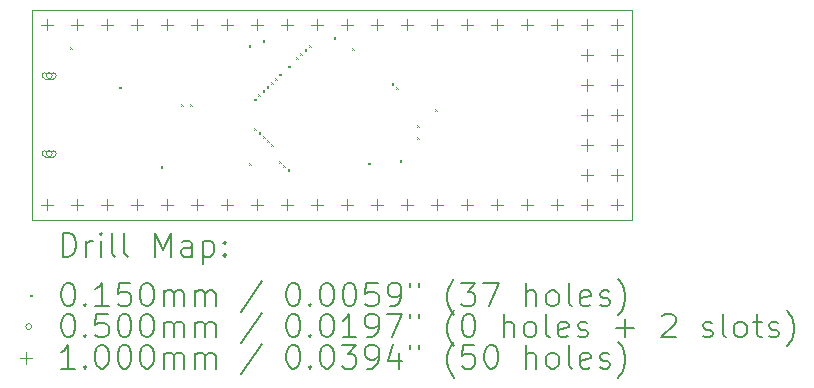
<source format=gbr>
%TF.GenerationSoftware,KiCad,Pcbnew,9.0.2*%
%TF.CreationDate,2025-06-23T15:22:59-04:00*%
%TF.ProjectId,Pro600_CPU_Upgrade,50726f36-3030-45f4-9350-555f55706772,rev?*%
%TF.SameCoordinates,Original*%
%TF.FileFunction,Drillmap*%
%TF.FilePolarity,Positive*%
%FSLAX45Y45*%
G04 Gerber Fmt 4.5, Leading zero omitted, Abs format (unit mm)*
G04 Created by KiCad (PCBNEW 9.0.2) date 2025-06-23 15:22:59*
%MOMM*%
%LPD*%
G01*
G04 APERTURE LIST*
%ADD10C,0.050000*%
%ADD11C,0.200000*%
%ADD12C,0.100000*%
G04 APERTURE END LIST*
D10*
X5080000Y-2540000D02*
X10160000Y-2540000D01*
X10160000Y-4318000D01*
X5080000Y-4318000D01*
X5080000Y-2540000D01*
D11*
D12*
X5400000Y-2860000D02*
X5415000Y-2875000D01*
X5415000Y-2860000D02*
X5400000Y-2875000D01*
X5817500Y-3192500D02*
X5832500Y-3207500D01*
X5832500Y-3192500D02*
X5817500Y-3207500D01*
X6167500Y-3867500D02*
X6182500Y-3882500D01*
X6182500Y-3867500D02*
X6167500Y-3882500D01*
X6342500Y-3342500D02*
X6357500Y-3357500D01*
X6357500Y-3342500D02*
X6342500Y-3357500D01*
X6417500Y-3342500D02*
X6432500Y-3357500D01*
X6432500Y-3342500D02*
X6417500Y-3357500D01*
X6912500Y-2842500D02*
X6927500Y-2857500D01*
X6927500Y-2842500D02*
X6912500Y-2857500D01*
X6917500Y-3842500D02*
X6932500Y-3857500D01*
X6932500Y-3842500D02*
X6917500Y-3857500D01*
X6960367Y-3294633D02*
X6975367Y-3309633D01*
X6975367Y-3294633D02*
X6960367Y-3309633D01*
X6962500Y-3542500D02*
X6977500Y-3557500D01*
X6977500Y-3542500D02*
X6962500Y-3557500D01*
X6995722Y-3259277D02*
X7010722Y-3274277D01*
X7010722Y-3259277D02*
X6995722Y-3274277D01*
X6997855Y-3577855D02*
X7012855Y-3592855D01*
X7012855Y-3577855D02*
X6997855Y-3592855D01*
X7031078Y-3223922D02*
X7046078Y-3238922D01*
X7046078Y-3223922D02*
X7031078Y-3238922D01*
X7032500Y-2798302D02*
X7047500Y-2813302D01*
X7047500Y-2798302D02*
X7032500Y-2813302D01*
X7033211Y-3613211D02*
X7048211Y-3628211D01*
X7048211Y-3613211D02*
X7033211Y-3628211D01*
X7066433Y-3188566D02*
X7081433Y-3203566D01*
X7081433Y-3188566D02*
X7066433Y-3203566D01*
X7068566Y-3648566D02*
X7083566Y-3663566D01*
X7083566Y-3648566D02*
X7068566Y-3663566D01*
X7101789Y-3153211D02*
X7116789Y-3168211D01*
X7116789Y-3153211D02*
X7101789Y-3168211D01*
X7105289Y-3682500D02*
X7120289Y-3697500D01*
X7120289Y-3682500D02*
X7105289Y-3697500D01*
X7137144Y-3117855D02*
X7152144Y-3132855D01*
X7152144Y-3117855D02*
X7137144Y-3132855D01*
X7171789Y-3821789D02*
X7186789Y-3836789D01*
X7186789Y-3821789D02*
X7171789Y-3836789D01*
X7172500Y-3082500D02*
X7187500Y-3097500D01*
X7187500Y-3082500D02*
X7172500Y-3097500D01*
X7207144Y-3857144D02*
X7222144Y-3872144D01*
X7222144Y-3857144D02*
X7207144Y-3872144D01*
X7242500Y-3892500D02*
X7257500Y-3907500D01*
X7257500Y-3892500D02*
X7242500Y-3907500D01*
X7245509Y-3014374D02*
X7260509Y-3029374D01*
X7260509Y-3014374D02*
X7245509Y-3029374D01*
X7316212Y-2943655D02*
X7331212Y-2958655D01*
X7331212Y-2943655D02*
X7316212Y-2958655D01*
X7351657Y-2908390D02*
X7366657Y-2923390D01*
X7366657Y-2908390D02*
X7351657Y-2923390D01*
X7386961Y-2872982D02*
X7401961Y-2887982D01*
X7401961Y-2872982D02*
X7386961Y-2887982D01*
X7424843Y-2840349D02*
X7439843Y-2855349D01*
X7439843Y-2840349D02*
X7424843Y-2855349D01*
X7632500Y-2772500D02*
X7647500Y-2787500D01*
X7647500Y-2772500D02*
X7632500Y-2787500D01*
X7788160Y-2866840D02*
X7803160Y-2881840D01*
X7803160Y-2866840D02*
X7788160Y-2881840D01*
X7923467Y-3836533D02*
X7938467Y-3851533D01*
X7938467Y-3836533D02*
X7923467Y-3851533D01*
X8124239Y-3164705D02*
X8139239Y-3179705D01*
X8139239Y-3164705D02*
X8124239Y-3179705D01*
X8162203Y-3197243D02*
X8177203Y-3212243D01*
X8177203Y-3197243D02*
X8162203Y-3212243D01*
X8192500Y-3817500D02*
X8207500Y-3832500D01*
X8207500Y-3817500D02*
X8192500Y-3832500D01*
X8342500Y-3517500D02*
X8357500Y-3532500D01*
X8357500Y-3517500D02*
X8342500Y-3532500D01*
X8342500Y-3617500D02*
X8357500Y-3632500D01*
X8357500Y-3617500D02*
X8342500Y-3632500D01*
X8492500Y-3382500D02*
X8507500Y-3397500D01*
X8507500Y-3382500D02*
X8492500Y-3397500D01*
X5250000Y-3100000D02*
G75*
G02*
X5200000Y-3100000I-25000J0D01*
G01*
X5200000Y-3100000D02*
G75*
G02*
X5250000Y-3100000I25000J0D01*
G01*
X5190000Y-3125000D02*
X5260000Y-3125000D01*
X5260000Y-3075000D02*
G75*
G02*
X5260000Y-3125000I0J-25000D01*
G01*
X5260000Y-3075000D02*
X5190000Y-3075000D01*
X5190000Y-3075000D02*
G75*
G03*
X5190000Y-3125000I0J-25000D01*
G01*
X5250000Y-3760000D02*
G75*
G02*
X5200000Y-3760000I-25000J0D01*
G01*
X5200000Y-3760000D02*
G75*
G02*
X5250000Y-3760000I25000J0D01*
G01*
X5190000Y-3785000D02*
X5260000Y-3785000D01*
X5260000Y-3735000D02*
G75*
G02*
X5260000Y-3785000I0J-25000D01*
G01*
X5260000Y-3735000D02*
X5190000Y-3735000D01*
X5190000Y-3735000D02*
G75*
G03*
X5190000Y-3785000I0J-25000D01*
G01*
X5207000Y-2617000D02*
X5207000Y-2717000D01*
X5157000Y-2667000D02*
X5257000Y-2667000D01*
X5207000Y-4141000D02*
X5207000Y-4241000D01*
X5157000Y-4191000D02*
X5257000Y-4191000D01*
X5461000Y-2617000D02*
X5461000Y-2717000D01*
X5411000Y-2667000D02*
X5511000Y-2667000D01*
X5461000Y-4141000D02*
X5461000Y-4241000D01*
X5411000Y-4191000D02*
X5511000Y-4191000D01*
X5715000Y-2617000D02*
X5715000Y-2717000D01*
X5665000Y-2667000D02*
X5765000Y-2667000D01*
X5715000Y-4141000D02*
X5715000Y-4241000D01*
X5665000Y-4191000D02*
X5765000Y-4191000D01*
X5969000Y-2617000D02*
X5969000Y-2717000D01*
X5919000Y-2667000D02*
X6019000Y-2667000D01*
X5969000Y-4141000D02*
X5969000Y-4241000D01*
X5919000Y-4191000D02*
X6019000Y-4191000D01*
X6223000Y-2617000D02*
X6223000Y-2717000D01*
X6173000Y-2667000D02*
X6273000Y-2667000D01*
X6223000Y-4141000D02*
X6223000Y-4241000D01*
X6173000Y-4191000D02*
X6273000Y-4191000D01*
X6477000Y-2617000D02*
X6477000Y-2717000D01*
X6427000Y-2667000D02*
X6527000Y-2667000D01*
X6477000Y-4141000D02*
X6477000Y-4241000D01*
X6427000Y-4191000D02*
X6527000Y-4191000D01*
X6731000Y-2617000D02*
X6731000Y-2717000D01*
X6681000Y-2667000D02*
X6781000Y-2667000D01*
X6731000Y-4141000D02*
X6731000Y-4241000D01*
X6681000Y-4191000D02*
X6781000Y-4191000D01*
X6985000Y-2617000D02*
X6985000Y-2717000D01*
X6935000Y-2667000D02*
X7035000Y-2667000D01*
X6985000Y-4141000D02*
X6985000Y-4241000D01*
X6935000Y-4191000D02*
X7035000Y-4191000D01*
X7239000Y-2617000D02*
X7239000Y-2717000D01*
X7189000Y-2667000D02*
X7289000Y-2667000D01*
X7239000Y-4141000D02*
X7239000Y-4241000D01*
X7189000Y-4191000D02*
X7289000Y-4191000D01*
X7493000Y-2617000D02*
X7493000Y-2717000D01*
X7443000Y-2667000D02*
X7543000Y-2667000D01*
X7493000Y-4141000D02*
X7493000Y-4241000D01*
X7443000Y-4191000D02*
X7543000Y-4191000D01*
X7747000Y-2617000D02*
X7747000Y-2717000D01*
X7697000Y-2667000D02*
X7797000Y-2667000D01*
X7747000Y-4141000D02*
X7747000Y-4241000D01*
X7697000Y-4191000D02*
X7797000Y-4191000D01*
X8001000Y-2617000D02*
X8001000Y-2717000D01*
X7951000Y-2667000D02*
X8051000Y-2667000D01*
X8001000Y-4141000D02*
X8001000Y-4241000D01*
X7951000Y-4191000D02*
X8051000Y-4191000D01*
X8255000Y-2617000D02*
X8255000Y-2717000D01*
X8205000Y-2667000D02*
X8305000Y-2667000D01*
X8255000Y-4141000D02*
X8255000Y-4241000D01*
X8205000Y-4191000D02*
X8305000Y-4191000D01*
X8509000Y-2617000D02*
X8509000Y-2717000D01*
X8459000Y-2667000D02*
X8559000Y-2667000D01*
X8509000Y-4141000D02*
X8509000Y-4241000D01*
X8459000Y-4191000D02*
X8559000Y-4191000D01*
X8763000Y-2617000D02*
X8763000Y-2717000D01*
X8713000Y-2667000D02*
X8813000Y-2667000D01*
X8763000Y-4141000D02*
X8763000Y-4241000D01*
X8713000Y-4191000D02*
X8813000Y-4191000D01*
X9017000Y-2617000D02*
X9017000Y-2717000D01*
X8967000Y-2667000D02*
X9067000Y-2667000D01*
X9017000Y-4141000D02*
X9017000Y-4241000D01*
X8967000Y-4191000D02*
X9067000Y-4191000D01*
X9271000Y-2617000D02*
X9271000Y-2717000D01*
X9221000Y-2667000D02*
X9321000Y-2667000D01*
X9271000Y-4141000D02*
X9271000Y-4241000D01*
X9221000Y-4191000D02*
X9321000Y-4191000D01*
X9525000Y-2617000D02*
X9525000Y-2717000D01*
X9475000Y-2667000D02*
X9575000Y-2667000D01*
X9525000Y-4141000D02*
X9525000Y-4241000D01*
X9475000Y-4191000D02*
X9575000Y-4191000D01*
X9775000Y-2875000D02*
X9775000Y-2975000D01*
X9725000Y-2925000D02*
X9825000Y-2925000D01*
X9775000Y-3129000D02*
X9775000Y-3229000D01*
X9725000Y-3179000D02*
X9825000Y-3179000D01*
X9775000Y-3383000D02*
X9775000Y-3483000D01*
X9725000Y-3433000D02*
X9825000Y-3433000D01*
X9775000Y-3637000D02*
X9775000Y-3737000D01*
X9725000Y-3687000D02*
X9825000Y-3687000D01*
X9775000Y-3891000D02*
X9775000Y-3991000D01*
X9725000Y-3941000D02*
X9825000Y-3941000D01*
X9779000Y-2617000D02*
X9779000Y-2717000D01*
X9729000Y-2667000D02*
X9829000Y-2667000D01*
X9779000Y-4141000D02*
X9779000Y-4241000D01*
X9729000Y-4191000D02*
X9829000Y-4191000D01*
X10029000Y-2875000D02*
X10029000Y-2975000D01*
X9979000Y-2925000D02*
X10079000Y-2925000D01*
X10029000Y-3129000D02*
X10029000Y-3229000D01*
X9979000Y-3179000D02*
X10079000Y-3179000D01*
X10029000Y-3383000D02*
X10029000Y-3483000D01*
X9979000Y-3433000D02*
X10079000Y-3433000D01*
X10029000Y-3637000D02*
X10029000Y-3737000D01*
X9979000Y-3687000D02*
X10079000Y-3687000D01*
X10029000Y-3891000D02*
X10029000Y-3991000D01*
X9979000Y-3941000D02*
X10079000Y-3941000D01*
X10033000Y-2617000D02*
X10033000Y-2717000D01*
X9983000Y-2667000D02*
X10083000Y-2667000D01*
X10033000Y-4141000D02*
X10033000Y-4241000D01*
X9983000Y-4191000D02*
X10083000Y-4191000D01*
D11*
X5338277Y-4631984D02*
X5338277Y-4431984D01*
X5338277Y-4431984D02*
X5385896Y-4431984D01*
X5385896Y-4431984D02*
X5414467Y-4441508D01*
X5414467Y-4441508D02*
X5433515Y-4460555D01*
X5433515Y-4460555D02*
X5443039Y-4479603D01*
X5443039Y-4479603D02*
X5452563Y-4517698D01*
X5452563Y-4517698D02*
X5452563Y-4546270D01*
X5452563Y-4546270D02*
X5443039Y-4584365D01*
X5443039Y-4584365D02*
X5433515Y-4603412D01*
X5433515Y-4603412D02*
X5414467Y-4622460D01*
X5414467Y-4622460D02*
X5385896Y-4631984D01*
X5385896Y-4631984D02*
X5338277Y-4631984D01*
X5538277Y-4631984D02*
X5538277Y-4498650D01*
X5538277Y-4536746D02*
X5547801Y-4517698D01*
X5547801Y-4517698D02*
X5557324Y-4508174D01*
X5557324Y-4508174D02*
X5576372Y-4498650D01*
X5576372Y-4498650D02*
X5595420Y-4498650D01*
X5662086Y-4631984D02*
X5662086Y-4498650D01*
X5662086Y-4431984D02*
X5652562Y-4441508D01*
X5652562Y-4441508D02*
X5662086Y-4451031D01*
X5662086Y-4451031D02*
X5671610Y-4441508D01*
X5671610Y-4441508D02*
X5662086Y-4431984D01*
X5662086Y-4431984D02*
X5662086Y-4451031D01*
X5785896Y-4631984D02*
X5766848Y-4622460D01*
X5766848Y-4622460D02*
X5757324Y-4603412D01*
X5757324Y-4603412D02*
X5757324Y-4431984D01*
X5890658Y-4631984D02*
X5871610Y-4622460D01*
X5871610Y-4622460D02*
X5862086Y-4603412D01*
X5862086Y-4603412D02*
X5862086Y-4431984D01*
X6119229Y-4631984D02*
X6119229Y-4431984D01*
X6119229Y-4431984D02*
X6185896Y-4574841D01*
X6185896Y-4574841D02*
X6252562Y-4431984D01*
X6252562Y-4431984D02*
X6252562Y-4631984D01*
X6433515Y-4631984D02*
X6433515Y-4527222D01*
X6433515Y-4527222D02*
X6423991Y-4508174D01*
X6423991Y-4508174D02*
X6404943Y-4498650D01*
X6404943Y-4498650D02*
X6366848Y-4498650D01*
X6366848Y-4498650D02*
X6347801Y-4508174D01*
X6433515Y-4622460D02*
X6414467Y-4631984D01*
X6414467Y-4631984D02*
X6366848Y-4631984D01*
X6366848Y-4631984D02*
X6347801Y-4622460D01*
X6347801Y-4622460D02*
X6338277Y-4603412D01*
X6338277Y-4603412D02*
X6338277Y-4584365D01*
X6338277Y-4584365D02*
X6347801Y-4565317D01*
X6347801Y-4565317D02*
X6366848Y-4555793D01*
X6366848Y-4555793D02*
X6414467Y-4555793D01*
X6414467Y-4555793D02*
X6433515Y-4546270D01*
X6528753Y-4498650D02*
X6528753Y-4698650D01*
X6528753Y-4508174D02*
X6547801Y-4498650D01*
X6547801Y-4498650D02*
X6585896Y-4498650D01*
X6585896Y-4498650D02*
X6604943Y-4508174D01*
X6604943Y-4508174D02*
X6614467Y-4517698D01*
X6614467Y-4517698D02*
X6623991Y-4536746D01*
X6623991Y-4536746D02*
X6623991Y-4593889D01*
X6623991Y-4593889D02*
X6614467Y-4612936D01*
X6614467Y-4612936D02*
X6604943Y-4622460D01*
X6604943Y-4622460D02*
X6585896Y-4631984D01*
X6585896Y-4631984D02*
X6547801Y-4631984D01*
X6547801Y-4631984D02*
X6528753Y-4622460D01*
X6709705Y-4612936D02*
X6719229Y-4622460D01*
X6719229Y-4622460D02*
X6709705Y-4631984D01*
X6709705Y-4631984D02*
X6700182Y-4622460D01*
X6700182Y-4622460D02*
X6709705Y-4612936D01*
X6709705Y-4612936D02*
X6709705Y-4631984D01*
X6709705Y-4508174D02*
X6719229Y-4517698D01*
X6719229Y-4517698D02*
X6709705Y-4527222D01*
X6709705Y-4527222D02*
X6700182Y-4517698D01*
X6700182Y-4517698D02*
X6709705Y-4508174D01*
X6709705Y-4508174D02*
X6709705Y-4527222D01*
D12*
X5062500Y-4953000D02*
X5077500Y-4968000D01*
X5077500Y-4953000D02*
X5062500Y-4968000D01*
D11*
X5376372Y-4851984D02*
X5395420Y-4851984D01*
X5395420Y-4851984D02*
X5414467Y-4861508D01*
X5414467Y-4861508D02*
X5423991Y-4871031D01*
X5423991Y-4871031D02*
X5433515Y-4890079D01*
X5433515Y-4890079D02*
X5443039Y-4928174D01*
X5443039Y-4928174D02*
X5443039Y-4975793D01*
X5443039Y-4975793D02*
X5433515Y-5013889D01*
X5433515Y-5013889D02*
X5423991Y-5032936D01*
X5423991Y-5032936D02*
X5414467Y-5042460D01*
X5414467Y-5042460D02*
X5395420Y-5051984D01*
X5395420Y-5051984D02*
X5376372Y-5051984D01*
X5376372Y-5051984D02*
X5357324Y-5042460D01*
X5357324Y-5042460D02*
X5347801Y-5032936D01*
X5347801Y-5032936D02*
X5338277Y-5013889D01*
X5338277Y-5013889D02*
X5328753Y-4975793D01*
X5328753Y-4975793D02*
X5328753Y-4928174D01*
X5328753Y-4928174D02*
X5338277Y-4890079D01*
X5338277Y-4890079D02*
X5347801Y-4871031D01*
X5347801Y-4871031D02*
X5357324Y-4861508D01*
X5357324Y-4861508D02*
X5376372Y-4851984D01*
X5528753Y-5032936D02*
X5538277Y-5042460D01*
X5538277Y-5042460D02*
X5528753Y-5051984D01*
X5528753Y-5051984D02*
X5519229Y-5042460D01*
X5519229Y-5042460D02*
X5528753Y-5032936D01*
X5528753Y-5032936D02*
X5528753Y-5051984D01*
X5728753Y-5051984D02*
X5614467Y-5051984D01*
X5671610Y-5051984D02*
X5671610Y-4851984D01*
X5671610Y-4851984D02*
X5652562Y-4880555D01*
X5652562Y-4880555D02*
X5633515Y-4899603D01*
X5633515Y-4899603D02*
X5614467Y-4909127D01*
X5909705Y-4851984D02*
X5814467Y-4851984D01*
X5814467Y-4851984D02*
X5804943Y-4947222D01*
X5804943Y-4947222D02*
X5814467Y-4937698D01*
X5814467Y-4937698D02*
X5833515Y-4928174D01*
X5833515Y-4928174D02*
X5881134Y-4928174D01*
X5881134Y-4928174D02*
X5900182Y-4937698D01*
X5900182Y-4937698D02*
X5909705Y-4947222D01*
X5909705Y-4947222D02*
X5919229Y-4966270D01*
X5919229Y-4966270D02*
X5919229Y-5013889D01*
X5919229Y-5013889D02*
X5909705Y-5032936D01*
X5909705Y-5032936D02*
X5900182Y-5042460D01*
X5900182Y-5042460D02*
X5881134Y-5051984D01*
X5881134Y-5051984D02*
X5833515Y-5051984D01*
X5833515Y-5051984D02*
X5814467Y-5042460D01*
X5814467Y-5042460D02*
X5804943Y-5032936D01*
X6043039Y-4851984D02*
X6062086Y-4851984D01*
X6062086Y-4851984D02*
X6081134Y-4861508D01*
X6081134Y-4861508D02*
X6090658Y-4871031D01*
X6090658Y-4871031D02*
X6100182Y-4890079D01*
X6100182Y-4890079D02*
X6109705Y-4928174D01*
X6109705Y-4928174D02*
X6109705Y-4975793D01*
X6109705Y-4975793D02*
X6100182Y-5013889D01*
X6100182Y-5013889D02*
X6090658Y-5032936D01*
X6090658Y-5032936D02*
X6081134Y-5042460D01*
X6081134Y-5042460D02*
X6062086Y-5051984D01*
X6062086Y-5051984D02*
X6043039Y-5051984D01*
X6043039Y-5051984D02*
X6023991Y-5042460D01*
X6023991Y-5042460D02*
X6014467Y-5032936D01*
X6014467Y-5032936D02*
X6004943Y-5013889D01*
X6004943Y-5013889D02*
X5995420Y-4975793D01*
X5995420Y-4975793D02*
X5995420Y-4928174D01*
X5995420Y-4928174D02*
X6004943Y-4890079D01*
X6004943Y-4890079D02*
X6014467Y-4871031D01*
X6014467Y-4871031D02*
X6023991Y-4861508D01*
X6023991Y-4861508D02*
X6043039Y-4851984D01*
X6195420Y-5051984D02*
X6195420Y-4918650D01*
X6195420Y-4937698D02*
X6204943Y-4928174D01*
X6204943Y-4928174D02*
X6223991Y-4918650D01*
X6223991Y-4918650D02*
X6252563Y-4918650D01*
X6252563Y-4918650D02*
X6271610Y-4928174D01*
X6271610Y-4928174D02*
X6281134Y-4947222D01*
X6281134Y-4947222D02*
X6281134Y-5051984D01*
X6281134Y-4947222D02*
X6290658Y-4928174D01*
X6290658Y-4928174D02*
X6309705Y-4918650D01*
X6309705Y-4918650D02*
X6338277Y-4918650D01*
X6338277Y-4918650D02*
X6357324Y-4928174D01*
X6357324Y-4928174D02*
X6366848Y-4947222D01*
X6366848Y-4947222D02*
X6366848Y-5051984D01*
X6462086Y-5051984D02*
X6462086Y-4918650D01*
X6462086Y-4937698D02*
X6471610Y-4928174D01*
X6471610Y-4928174D02*
X6490658Y-4918650D01*
X6490658Y-4918650D02*
X6519229Y-4918650D01*
X6519229Y-4918650D02*
X6538277Y-4928174D01*
X6538277Y-4928174D02*
X6547801Y-4947222D01*
X6547801Y-4947222D02*
X6547801Y-5051984D01*
X6547801Y-4947222D02*
X6557324Y-4928174D01*
X6557324Y-4928174D02*
X6576372Y-4918650D01*
X6576372Y-4918650D02*
X6604943Y-4918650D01*
X6604943Y-4918650D02*
X6623991Y-4928174D01*
X6623991Y-4928174D02*
X6633515Y-4947222D01*
X6633515Y-4947222D02*
X6633515Y-5051984D01*
X7023991Y-4842460D02*
X6852563Y-5099603D01*
X7281134Y-4851984D02*
X7300182Y-4851984D01*
X7300182Y-4851984D02*
X7319229Y-4861508D01*
X7319229Y-4861508D02*
X7328753Y-4871031D01*
X7328753Y-4871031D02*
X7338277Y-4890079D01*
X7338277Y-4890079D02*
X7347801Y-4928174D01*
X7347801Y-4928174D02*
X7347801Y-4975793D01*
X7347801Y-4975793D02*
X7338277Y-5013889D01*
X7338277Y-5013889D02*
X7328753Y-5032936D01*
X7328753Y-5032936D02*
X7319229Y-5042460D01*
X7319229Y-5042460D02*
X7300182Y-5051984D01*
X7300182Y-5051984D02*
X7281134Y-5051984D01*
X7281134Y-5051984D02*
X7262086Y-5042460D01*
X7262086Y-5042460D02*
X7252563Y-5032936D01*
X7252563Y-5032936D02*
X7243039Y-5013889D01*
X7243039Y-5013889D02*
X7233515Y-4975793D01*
X7233515Y-4975793D02*
X7233515Y-4928174D01*
X7233515Y-4928174D02*
X7243039Y-4890079D01*
X7243039Y-4890079D02*
X7252563Y-4871031D01*
X7252563Y-4871031D02*
X7262086Y-4861508D01*
X7262086Y-4861508D02*
X7281134Y-4851984D01*
X7433515Y-5032936D02*
X7443039Y-5042460D01*
X7443039Y-5042460D02*
X7433515Y-5051984D01*
X7433515Y-5051984D02*
X7423991Y-5042460D01*
X7423991Y-5042460D02*
X7433515Y-5032936D01*
X7433515Y-5032936D02*
X7433515Y-5051984D01*
X7566848Y-4851984D02*
X7585896Y-4851984D01*
X7585896Y-4851984D02*
X7604944Y-4861508D01*
X7604944Y-4861508D02*
X7614467Y-4871031D01*
X7614467Y-4871031D02*
X7623991Y-4890079D01*
X7623991Y-4890079D02*
X7633515Y-4928174D01*
X7633515Y-4928174D02*
X7633515Y-4975793D01*
X7633515Y-4975793D02*
X7623991Y-5013889D01*
X7623991Y-5013889D02*
X7614467Y-5032936D01*
X7614467Y-5032936D02*
X7604944Y-5042460D01*
X7604944Y-5042460D02*
X7585896Y-5051984D01*
X7585896Y-5051984D02*
X7566848Y-5051984D01*
X7566848Y-5051984D02*
X7547801Y-5042460D01*
X7547801Y-5042460D02*
X7538277Y-5032936D01*
X7538277Y-5032936D02*
X7528753Y-5013889D01*
X7528753Y-5013889D02*
X7519229Y-4975793D01*
X7519229Y-4975793D02*
X7519229Y-4928174D01*
X7519229Y-4928174D02*
X7528753Y-4890079D01*
X7528753Y-4890079D02*
X7538277Y-4871031D01*
X7538277Y-4871031D02*
X7547801Y-4861508D01*
X7547801Y-4861508D02*
X7566848Y-4851984D01*
X7757325Y-4851984D02*
X7776372Y-4851984D01*
X7776372Y-4851984D02*
X7795420Y-4861508D01*
X7795420Y-4861508D02*
X7804944Y-4871031D01*
X7804944Y-4871031D02*
X7814467Y-4890079D01*
X7814467Y-4890079D02*
X7823991Y-4928174D01*
X7823991Y-4928174D02*
X7823991Y-4975793D01*
X7823991Y-4975793D02*
X7814467Y-5013889D01*
X7814467Y-5013889D02*
X7804944Y-5032936D01*
X7804944Y-5032936D02*
X7795420Y-5042460D01*
X7795420Y-5042460D02*
X7776372Y-5051984D01*
X7776372Y-5051984D02*
X7757325Y-5051984D01*
X7757325Y-5051984D02*
X7738277Y-5042460D01*
X7738277Y-5042460D02*
X7728753Y-5032936D01*
X7728753Y-5032936D02*
X7719229Y-5013889D01*
X7719229Y-5013889D02*
X7709706Y-4975793D01*
X7709706Y-4975793D02*
X7709706Y-4928174D01*
X7709706Y-4928174D02*
X7719229Y-4890079D01*
X7719229Y-4890079D02*
X7728753Y-4871031D01*
X7728753Y-4871031D02*
X7738277Y-4861508D01*
X7738277Y-4861508D02*
X7757325Y-4851984D01*
X8004944Y-4851984D02*
X7909706Y-4851984D01*
X7909706Y-4851984D02*
X7900182Y-4947222D01*
X7900182Y-4947222D02*
X7909706Y-4937698D01*
X7909706Y-4937698D02*
X7928753Y-4928174D01*
X7928753Y-4928174D02*
X7976372Y-4928174D01*
X7976372Y-4928174D02*
X7995420Y-4937698D01*
X7995420Y-4937698D02*
X8004944Y-4947222D01*
X8004944Y-4947222D02*
X8014467Y-4966270D01*
X8014467Y-4966270D02*
X8014467Y-5013889D01*
X8014467Y-5013889D02*
X8004944Y-5032936D01*
X8004944Y-5032936D02*
X7995420Y-5042460D01*
X7995420Y-5042460D02*
X7976372Y-5051984D01*
X7976372Y-5051984D02*
X7928753Y-5051984D01*
X7928753Y-5051984D02*
X7909706Y-5042460D01*
X7909706Y-5042460D02*
X7900182Y-5032936D01*
X8109706Y-5051984D02*
X8147801Y-5051984D01*
X8147801Y-5051984D02*
X8166848Y-5042460D01*
X8166848Y-5042460D02*
X8176372Y-5032936D01*
X8176372Y-5032936D02*
X8195420Y-5004365D01*
X8195420Y-5004365D02*
X8204944Y-4966270D01*
X8204944Y-4966270D02*
X8204944Y-4890079D01*
X8204944Y-4890079D02*
X8195420Y-4871031D01*
X8195420Y-4871031D02*
X8185896Y-4861508D01*
X8185896Y-4861508D02*
X8166848Y-4851984D01*
X8166848Y-4851984D02*
X8128753Y-4851984D01*
X8128753Y-4851984D02*
X8109706Y-4861508D01*
X8109706Y-4861508D02*
X8100182Y-4871031D01*
X8100182Y-4871031D02*
X8090658Y-4890079D01*
X8090658Y-4890079D02*
X8090658Y-4937698D01*
X8090658Y-4937698D02*
X8100182Y-4956746D01*
X8100182Y-4956746D02*
X8109706Y-4966270D01*
X8109706Y-4966270D02*
X8128753Y-4975793D01*
X8128753Y-4975793D02*
X8166848Y-4975793D01*
X8166848Y-4975793D02*
X8185896Y-4966270D01*
X8185896Y-4966270D02*
X8195420Y-4956746D01*
X8195420Y-4956746D02*
X8204944Y-4937698D01*
X8281134Y-4851984D02*
X8281134Y-4890079D01*
X8357325Y-4851984D02*
X8357325Y-4890079D01*
X8652563Y-5128174D02*
X8643039Y-5118650D01*
X8643039Y-5118650D02*
X8623991Y-5090079D01*
X8623991Y-5090079D02*
X8614468Y-5071031D01*
X8614468Y-5071031D02*
X8604944Y-5042460D01*
X8604944Y-5042460D02*
X8595420Y-4994841D01*
X8595420Y-4994841D02*
X8595420Y-4956746D01*
X8595420Y-4956746D02*
X8604944Y-4909127D01*
X8604944Y-4909127D02*
X8614468Y-4880555D01*
X8614468Y-4880555D02*
X8623991Y-4861508D01*
X8623991Y-4861508D02*
X8643039Y-4832936D01*
X8643039Y-4832936D02*
X8652563Y-4823412D01*
X8709706Y-4851984D02*
X8833515Y-4851984D01*
X8833515Y-4851984D02*
X8766849Y-4928174D01*
X8766849Y-4928174D02*
X8795420Y-4928174D01*
X8795420Y-4928174D02*
X8814468Y-4937698D01*
X8814468Y-4937698D02*
X8823991Y-4947222D01*
X8823991Y-4947222D02*
X8833515Y-4966270D01*
X8833515Y-4966270D02*
X8833515Y-5013889D01*
X8833515Y-5013889D02*
X8823991Y-5032936D01*
X8823991Y-5032936D02*
X8814468Y-5042460D01*
X8814468Y-5042460D02*
X8795420Y-5051984D01*
X8795420Y-5051984D02*
X8738277Y-5051984D01*
X8738277Y-5051984D02*
X8719230Y-5042460D01*
X8719230Y-5042460D02*
X8709706Y-5032936D01*
X8900182Y-4851984D02*
X9033515Y-4851984D01*
X9033515Y-4851984D02*
X8947801Y-5051984D01*
X9262087Y-5051984D02*
X9262087Y-4851984D01*
X9347801Y-5051984D02*
X9347801Y-4947222D01*
X9347801Y-4947222D02*
X9338277Y-4928174D01*
X9338277Y-4928174D02*
X9319230Y-4918650D01*
X9319230Y-4918650D02*
X9290658Y-4918650D01*
X9290658Y-4918650D02*
X9271611Y-4928174D01*
X9271611Y-4928174D02*
X9262087Y-4937698D01*
X9471611Y-5051984D02*
X9452563Y-5042460D01*
X9452563Y-5042460D02*
X9443039Y-5032936D01*
X9443039Y-5032936D02*
X9433515Y-5013889D01*
X9433515Y-5013889D02*
X9433515Y-4956746D01*
X9433515Y-4956746D02*
X9443039Y-4937698D01*
X9443039Y-4937698D02*
X9452563Y-4928174D01*
X9452563Y-4928174D02*
X9471611Y-4918650D01*
X9471611Y-4918650D02*
X9500182Y-4918650D01*
X9500182Y-4918650D02*
X9519230Y-4928174D01*
X9519230Y-4928174D02*
X9528753Y-4937698D01*
X9528753Y-4937698D02*
X9538277Y-4956746D01*
X9538277Y-4956746D02*
X9538277Y-5013889D01*
X9538277Y-5013889D02*
X9528753Y-5032936D01*
X9528753Y-5032936D02*
X9519230Y-5042460D01*
X9519230Y-5042460D02*
X9500182Y-5051984D01*
X9500182Y-5051984D02*
X9471611Y-5051984D01*
X9652563Y-5051984D02*
X9633515Y-5042460D01*
X9633515Y-5042460D02*
X9623992Y-5023412D01*
X9623992Y-5023412D02*
X9623992Y-4851984D01*
X9804944Y-5042460D02*
X9785896Y-5051984D01*
X9785896Y-5051984D02*
X9747801Y-5051984D01*
X9747801Y-5051984D02*
X9728753Y-5042460D01*
X9728753Y-5042460D02*
X9719230Y-5023412D01*
X9719230Y-5023412D02*
X9719230Y-4947222D01*
X9719230Y-4947222D02*
X9728753Y-4928174D01*
X9728753Y-4928174D02*
X9747801Y-4918650D01*
X9747801Y-4918650D02*
X9785896Y-4918650D01*
X9785896Y-4918650D02*
X9804944Y-4928174D01*
X9804944Y-4928174D02*
X9814468Y-4947222D01*
X9814468Y-4947222D02*
X9814468Y-4966270D01*
X9814468Y-4966270D02*
X9719230Y-4985317D01*
X9890658Y-5042460D02*
X9909706Y-5051984D01*
X9909706Y-5051984D02*
X9947801Y-5051984D01*
X9947801Y-5051984D02*
X9966849Y-5042460D01*
X9966849Y-5042460D02*
X9976373Y-5023412D01*
X9976373Y-5023412D02*
X9976373Y-5013889D01*
X9976373Y-5013889D02*
X9966849Y-4994841D01*
X9966849Y-4994841D02*
X9947801Y-4985317D01*
X9947801Y-4985317D02*
X9919230Y-4985317D01*
X9919230Y-4985317D02*
X9900182Y-4975793D01*
X9900182Y-4975793D02*
X9890658Y-4956746D01*
X9890658Y-4956746D02*
X9890658Y-4947222D01*
X9890658Y-4947222D02*
X9900182Y-4928174D01*
X9900182Y-4928174D02*
X9919230Y-4918650D01*
X9919230Y-4918650D02*
X9947801Y-4918650D01*
X9947801Y-4918650D02*
X9966849Y-4928174D01*
X10043039Y-5128174D02*
X10052563Y-5118650D01*
X10052563Y-5118650D02*
X10071611Y-5090079D01*
X10071611Y-5090079D02*
X10081134Y-5071031D01*
X10081134Y-5071031D02*
X10090658Y-5042460D01*
X10090658Y-5042460D02*
X10100182Y-4994841D01*
X10100182Y-4994841D02*
X10100182Y-4956746D01*
X10100182Y-4956746D02*
X10090658Y-4909127D01*
X10090658Y-4909127D02*
X10081134Y-4880555D01*
X10081134Y-4880555D02*
X10071611Y-4861508D01*
X10071611Y-4861508D02*
X10052563Y-4832936D01*
X10052563Y-4832936D02*
X10043039Y-4823412D01*
D12*
X5077500Y-5224500D02*
G75*
G02*
X5027500Y-5224500I-25000J0D01*
G01*
X5027500Y-5224500D02*
G75*
G02*
X5077500Y-5224500I25000J0D01*
G01*
D11*
X5376372Y-5115984D02*
X5395420Y-5115984D01*
X5395420Y-5115984D02*
X5414467Y-5125508D01*
X5414467Y-5125508D02*
X5423991Y-5135031D01*
X5423991Y-5135031D02*
X5433515Y-5154079D01*
X5433515Y-5154079D02*
X5443039Y-5192174D01*
X5443039Y-5192174D02*
X5443039Y-5239793D01*
X5443039Y-5239793D02*
X5433515Y-5277889D01*
X5433515Y-5277889D02*
X5423991Y-5296936D01*
X5423991Y-5296936D02*
X5414467Y-5306460D01*
X5414467Y-5306460D02*
X5395420Y-5315984D01*
X5395420Y-5315984D02*
X5376372Y-5315984D01*
X5376372Y-5315984D02*
X5357324Y-5306460D01*
X5357324Y-5306460D02*
X5347801Y-5296936D01*
X5347801Y-5296936D02*
X5338277Y-5277889D01*
X5338277Y-5277889D02*
X5328753Y-5239793D01*
X5328753Y-5239793D02*
X5328753Y-5192174D01*
X5328753Y-5192174D02*
X5338277Y-5154079D01*
X5338277Y-5154079D02*
X5347801Y-5135031D01*
X5347801Y-5135031D02*
X5357324Y-5125508D01*
X5357324Y-5125508D02*
X5376372Y-5115984D01*
X5528753Y-5296936D02*
X5538277Y-5306460D01*
X5538277Y-5306460D02*
X5528753Y-5315984D01*
X5528753Y-5315984D02*
X5519229Y-5306460D01*
X5519229Y-5306460D02*
X5528753Y-5296936D01*
X5528753Y-5296936D02*
X5528753Y-5315984D01*
X5719229Y-5115984D02*
X5623991Y-5115984D01*
X5623991Y-5115984D02*
X5614467Y-5211222D01*
X5614467Y-5211222D02*
X5623991Y-5201698D01*
X5623991Y-5201698D02*
X5643039Y-5192174D01*
X5643039Y-5192174D02*
X5690658Y-5192174D01*
X5690658Y-5192174D02*
X5709705Y-5201698D01*
X5709705Y-5201698D02*
X5719229Y-5211222D01*
X5719229Y-5211222D02*
X5728753Y-5230270D01*
X5728753Y-5230270D02*
X5728753Y-5277889D01*
X5728753Y-5277889D02*
X5719229Y-5296936D01*
X5719229Y-5296936D02*
X5709705Y-5306460D01*
X5709705Y-5306460D02*
X5690658Y-5315984D01*
X5690658Y-5315984D02*
X5643039Y-5315984D01*
X5643039Y-5315984D02*
X5623991Y-5306460D01*
X5623991Y-5306460D02*
X5614467Y-5296936D01*
X5852562Y-5115984D02*
X5871610Y-5115984D01*
X5871610Y-5115984D02*
X5890658Y-5125508D01*
X5890658Y-5125508D02*
X5900182Y-5135031D01*
X5900182Y-5135031D02*
X5909705Y-5154079D01*
X5909705Y-5154079D02*
X5919229Y-5192174D01*
X5919229Y-5192174D02*
X5919229Y-5239793D01*
X5919229Y-5239793D02*
X5909705Y-5277889D01*
X5909705Y-5277889D02*
X5900182Y-5296936D01*
X5900182Y-5296936D02*
X5890658Y-5306460D01*
X5890658Y-5306460D02*
X5871610Y-5315984D01*
X5871610Y-5315984D02*
X5852562Y-5315984D01*
X5852562Y-5315984D02*
X5833515Y-5306460D01*
X5833515Y-5306460D02*
X5823991Y-5296936D01*
X5823991Y-5296936D02*
X5814467Y-5277889D01*
X5814467Y-5277889D02*
X5804943Y-5239793D01*
X5804943Y-5239793D02*
X5804943Y-5192174D01*
X5804943Y-5192174D02*
X5814467Y-5154079D01*
X5814467Y-5154079D02*
X5823991Y-5135031D01*
X5823991Y-5135031D02*
X5833515Y-5125508D01*
X5833515Y-5125508D02*
X5852562Y-5115984D01*
X6043039Y-5115984D02*
X6062086Y-5115984D01*
X6062086Y-5115984D02*
X6081134Y-5125508D01*
X6081134Y-5125508D02*
X6090658Y-5135031D01*
X6090658Y-5135031D02*
X6100182Y-5154079D01*
X6100182Y-5154079D02*
X6109705Y-5192174D01*
X6109705Y-5192174D02*
X6109705Y-5239793D01*
X6109705Y-5239793D02*
X6100182Y-5277889D01*
X6100182Y-5277889D02*
X6090658Y-5296936D01*
X6090658Y-5296936D02*
X6081134Y-5306460D01*
X6081134Y-5306460D02*
X6062086Y-5315984D01*
X6062086Y-5315984D02*
X6043039Y-5315984D01*
X6043039Y-5315984D02*
X6023991Y-5306460D01*
X6023991Y-5306460D02*
X6014467Y-5296936D01*
X6014467Y-5296936D02*
X6004943Y-5277889D01*
X6004943Y-5277889D02*
X5995420Y-5239793D01*
X5995420Y-5239793D02*
X5995420Y-5192174D01*
X5995420Y-5192174D02*
X6004943Y-5154079D01*
X6004943Y-5154079D02*
X6014467Y-5135031D01*
X6014467Y-5135031D02*
X6023991Y-5125508D01*
X6023991Y-5125508D02*
X6043039Y-5115984D01*
X6195420Y-5315984D02*
X6195420Y-5182650D01*
X6195420Y-5201698D02*
X6204943Y-5192174D01*
X6204943Y-5192174D02*
X6223991Y-5182650D01*
X6223991Y-5182650D02*
X6252563Y-5182650D01*
X6252563Y-5182650D02*
X6271610Y-5192174D01*
X6271610Y-5192174D02*
X6281134Y-5211222D01*
X6281134Y-5211222D02*
X6281134Y-5315984D01*
X6281134Y-5211222D02*
X6290658Y-5192174D01*
X6290658Y-5192174D02*
X6309705Y-5182650D01*
X6309705Y-5182650D02*
X6338277Y-5182650D01*
X6338277Y-5182650D02*
X6357324Y-5192174D01*
X6357324Y-5192174D02*
X6366848Y-5211222D01*
X6366848Y-5211222D02*
X6366848Y-5315984D01*
X6462086Y-5315984D02*
X6462086Y-5182650D01*
X6462086Y-5201698D02*
X6471610Y-5192174D01*
X6471610Y-5192174D02*
X6490658Y-5182650D01*
X6490658Y-5182650D02*
X6519229Y-5182650D01*
X6519229Y-5182650D02*
X6538277Y-5192174D01*
X6538277Y-5192174D02*
X6547801Y-5211222D01*
X6547801Y-5211222D02*
X6547801Y-5315984D01*
X6547801Y-5211222D02*
X6557324Y-5192174D01*
X6557324Y-5192174D02*
X6576372Y-5182650D01*
X6576372Y-5182650D02*
X6604943Y-5182650D01*
X6604943Y-5182650D02*
X6623991Y-5192174D01*
X6623991Y-5192174D02*
X6633515Y-5211222D01*
X6633515Y-5211222D02*
X6633515Y-5315984D01*
X7023991Y-5106460D02*
X6852563Y-5363603D01*
X7281134Y-5115984D02*
X7300182Y-5115984D01*
X7300182Y-5115984D02*
X7319229Y-5125508D01*
X7319229Y-5125508D02*
X7328753Y-5135031D01*
X7328753Y-5135031D02*
X7338277Y-5154079D01*
X7338277Y-5154079D02*
X7347801Y-5192174D01*
X7347801Y-5192174D02*
X7347801Y-5239793D01*
X7347801Y-5239793D02*
X7338277Y-5277889D01*
X7338277Y-5277889D02*
X7328753Y-5296936D01*
X7328753Y-5296936D02*
X7319229Y-5306460D01*
X7319229Y-5306460D02*
X7300182Y-5315984D01*
X7300182Y-5315984D02*
X7281134Y-5315984D01*
X7281134Y-5315984D02*
X7262086Y-5306460D01*
X7262086Y-5306460D02*
X7252563Y-5296936D01*
X7252563Y-5296936D02*
X7243039Y-5277889D01*
X7243039Y-5277889D02*
X7233515Y-5239793D01*
X7233515Y-5239793D02*
X7233515Y-5192174D01*
X7233515Y-5192174D02*
X7243039Y-5154079D01*
X7243039Y-5154079D02*
X7252563Y-5135031D01*
X7252563Y-5135031D02*
X7262086Y-5125508D01*
X7262086Y-5125508D02*
X7281134Y-5115984D01*
X7433515Y-5296936D02*
X7443039Y-5306460D01*
X7443039Y-5306460D02*
X7433515Y-5315984D01*
X7433515Y-5315984D02*
X7423991Y-5306460D01*
X7423991Y-5306460D02*
X7433515Y-5296936D01*
X7433515Y-5296936D02*
X7433515Y-5315984D01*
X7566848Y-5115984D02*
X7585896Y-5115984D01*
X7585896Y-5115984D02*
X7604944Y-5125508D01*
X7604944Y-5125508D02*
X7614467Y-5135031D01*
X7614467Y-5135031D02*
X7623991Y-5154079D01*
X7623991Y-5154079D02*
X7633515Y-5192174D01*
X7633515Y-5192174D02*
X7633515Y-5239793D01*
X7633515Y-5239793D02*
X7623991Y-5277889D01*
X7623991Y-5277889D02*
X7614467Y-5296936D01*
X7614467Y-5296936D02*
X7604944Y-5306460D01*
X7604944Y-5306460D02*
X7585896Y-5315984D01*
X7585896Y-5315984D02*
X7566848Y-5315984D01*
X7566848Y-5315984D02*
X7547801Y-5306460D01*
X7547801Y-5306460D02*
X7538277Y-5296936D01*
X7538277Y-5296936D02*
X7528753Y-5277889D01*
X7528753Y-5277889D02*
X7519229Y-5239793D01*
X7519229Y-5239793D02*
X7519229Y-5192174D01*
X7519229Y-5192174D02*
X7528753Y-5154079D01*
X7528753Y-5154079D02*
X7538277Y-5135031D01*
X7538277Y-5135031D02*
X7547801Y-5125508D01*
X7547801Y-5125508D02*
X7566848Y-5115984D01*
X7823991Y-5315984D02*
X7709706Y-5315984D01*
X7766848Y-5315984D02*
X7766848Y-5115984D01*
X7766848Y-5115984D02*
X7747801Y-5144555D01*
X7747801Y-5144555D02*
X7728753Y-5163603D01*
X7728753Y-5163603D02*
X7709706Y-5173127D01*
X7919229Y-5315984D02*
X7957325Y-5315984D01*
X7957325Y-5315984D02*
X7976372Y-5306460D01*
X7976372Y-5306460D02*
X7985896Y-5296936D01*
X7985896Y-5296936D02*
X8004944Y-5268365D01*
X8004944Y-5268365D02*
X8014467Y-5230270D01*
X8014467Y-5230270D02*
X8014467Y-5154079D01*
X8014467Y-5154079D02*
X8004944Y-5135031D01*
X8004944Y-5135031D02*
X7995420Y-5125508D01*
X7995420Y-5125508D02*
X7976372Y-5115984D01*
X7976372Y-5115984D02*
X7938277Y-5115984D01*
X7938277Y-5115984D02*
X7919229Y-5125508D01*
X7919229Y-5125508D02*
X7909706Y-5135031D01*
X7909706Y-5135031D02*
X7900182Y-5154079D01*
X7900182Y-5154079D02*
X7900182Y-5201698D01*
X7900182Y-5201698D02*
X7909706Y-5220746D01*
X7909706Y-5220746D02*
X7919229Y-5230270D01*
X7919229Y-5230270D02*
X7938277Y-5239793D01*
X7938277Y-5239793D02*
X7976372Y-5239793D01*
X7976372Y-5239793D02*
X7995420Y-5230270D01*
X7995420Y-5230270D02*
X8004944Y-5220746D01*
X8004944Y-5220746D02*
X8014467Y-5201698D01*
X8081134Y-5115984D02*
X8214467Y-5115984D01*
X8214467Y-5115984D02*
X8128753Y-5315984D01*
X8281134Y-5115984D02*
X8281134Y-5154079D01*
X8357325Y-5115984D02*
X8357325Y-5154079D01*
X8652563Y-5392174D02*
X8643039Y-5382650D01*
X8643039Y-5382650D02*
X8623991Y-5354079D01*
X8623991Y-5354079D02*
X8614468Y-5335031D01*
X8614468Y-5335031D02*
X8604944Y-5306460D01*
X8604944Y-5306460D02*
X8595420Y-5258841D01*
X8595420Y-5258841D02*
X8595420Y-5220746D01*
X8595420Y-5220746D02*
X8604944Y-5173127D01*
X8604944Y-5173127D02*
X8614468Y-5144555D01*
X8614468Y-5144555D02*
X8623991Y-5125508D01*
X8623991Y-5125508D02*
X8643039Y-5096936D01*
X8643039Y-5096936D02*
X8652563Y-5087412D01*
X8766849Y-5115984D02*
X8785896Y-5115984D01*
X8785896Y-5115984D02*
X8804944Y-5125508D01*
X8804944Y-5125508D02*
X8814468Y-5135031D01*
X8814468Y-5135031D02*
X8823991Y-5154079D01*
X8823991Y-5154079D02*
X8833515Y-5192174D01*
X8833515Y-5192174D02*
X8833515Y-5239793D01*
X8833515Y-5239793D02*
X8823991Y-5277889D01*
X8823991Y-5277889D02*
X8814468Y-5296936D01*
X8814468Y-5296936D02*
X8804944Y-5306460D01*
X8804944Y-5306460D02*
X8785896Y-5315984D01*
X8785896Y-5315984D02*
X8766849Y-5315984D01*
X8766849Y-5315984D02*
X8747801Y-5306460D01*
X8747801Y-5306460D02*
X8738277Y-5296936D01*
X8738277Y-5296936D02*
X8728753Y-5277889D01*
X8728753Y-5277889D02*
X8719230Y-5239793D01*
X8719230Y-5239793D02*
X8719230Y-5192174D01*
X8719230Y-5192174D02*
X8728753Y-5154079D01*
X8728753Y-5154079D02*
X8738277Y-5135031D01*
X8738277Y-5135031D02*
X8747801Y-5125508D01*
X8747801Y-5125508D02*
X8766849Y-5115984D01*
X9071611Y-5315984D02*
X9071611Y-5115984D01*
X9157325Y-5315984D02*
X9157325Y-5211222D01*
X9157325Y-5211222D02*
X9147801Y-5192174D01*
X9147801Y-5192174D02*
X9128753Y-5182650D01*
X9128753Y-5182650D02*
X9100182Y-5182650D01*
X9100182Y-5182650D02*
X9081134Y-5192174D01*
X9081134Y-5192174D02*
X9071611Y-5201698D01*
X9281134Y-5315984D02*
X9262087Y-5306460D01*
X9262087Y-5306460D02*
X9252563Y-5296936D01*
X9252563Y-5296936D02*
X9243039Y-5277889D01*
X9243039Y-5277889D02*
X9243039Y-5220746D01*
X9243039Y-5220746D02*
X9252563Y-5201698D01*
X9252563Y-5201698D02*
X9262087Y-5192174D01*
X9262087Y-5192174D02*
X9281134Y-5182650D01*
X9281134Y-5182650D02*
X9309706Y-5182650D01*
X9309706Y-5182650D02*
X9328753Y-5192174D01*
X9328753Y-5192174D02*
X9338277Y-5201698D01*
X9338277Y-5201698D02*
X9347801Y-5220746D01*
X9347801Y-5220746D02*
X9347801Y-5277889D01*
X9347801Y-5277889D02*
X9338277Y-5296936D01*
X9338277Y-5296936D02*
X9328753Y-5306460D01*
X9328753Y-5306460D02*
X9309706Y-5315984D01*
X9309706Y-5315984D02*
X9281134Y-5315984D01*
X9462087Y-5315984D02*
X9443039Y-5306460D01*
X9443039Y-5306460D02*
X9433515Y-5287412D01*
X9433515Y-5287412D02*
X9433515Y-5115984D01*
X9614468Y-5306460D02*
X9595420Y-5315984D01*
X9595420Y-5315984D02*
X9557325Y-5315984D01*
X9557325Y-5315984D02*
X9538277Y-5306460D01*
X9538277Y-5306460D02*
X9528753Y-5287412D01*
X9528753Y-5287412D02*
X9528753Y-5211222D01*
X9528753Y-5211222D02*
X9538277Y-5192174D01*
X9538277Y-5192174D02*
X9557325Y-5182650D01*
X9557325Y-5182650D02*
X9595420Y-5182650D01*
X9595420Y-5182650D02*
X9614468Y-5192174D01*
X9614468Y-5192174D02*
X9623992Y-5211222D01*
X9623992Y-5211222D02*
X9623992Y-5230270D01*
X9623992Y-5230270D02*
X9528753Y-5249317D01*
X9700182Y-5306460D02*
X9719230Y-5315984D01*
X9719230Y-5315984D02*
X9757325Y-5315984D01*
X9757325Y-5315984D02*
X9776373Y-5306460D01*
X9776373Y-5306460D02*
X9785896Y-5287412D01*
X9785896Y-5287412D02*
X9785896Y-5277889D01*
X9785896Y-5277889D02*
X9776373Y-5258841D01*
X9776373Y-5258841D02*
X9757325Y-5249317D01*
X9757325Y-5249317D02*
X9728753Y-5249317D01*
X9728753Y-5249317D02*
X9709706Y-5239793D01*
X9709706Y-5239793D02*
X9700182Y-5220746D01*
X9700182Y-5220746D02*
X9700182Y-5211222D01*
X9700182Y-5211222D02*
X9709706Y-5192174D01*
X9709706Y-5192174D02*
X9728753Y-5182650D01*
X9728753Y-5182650D02*
X9757325Y-5182650D01*
X9757325Y-5182650D02*
X9776373Y-5192174D01*
X10023992Y-5239793D02*
X10176373Y-5239793D01*
X10100182Y-5315984D02*
X10100182Y-5163603D01*
X10414468Y-5135031D02*
X10423992Y-5125508D01*
X10423992Y-5125508D02*
X10443039Y-5115984D01*
X10443039Y-5115984D02*
X10490658Y-5115984D01*
X10490658Y-5115984D02*
X10509706Y-5125508D01*
X10509706Y-5125508D02*
X10519230Y-5135031D01*
X10519230Y-5135031D02*
X10528754Y-5154079D01*
X10528754Y-5154079D02*
X10528754Y-5173127D01*
X10528754Y-5173127D02*
X10519230Y-5201698D01*
X10519230Y-5201698D02*
X10404944Y-5315984D01*
X10404944Y-5315984D02*
X10528754Y-5315984D01*
X10757325Y-5306460D02*
X10776373Y-5315984D01*
X10776373Y-5315984D02*
X10814468Y-5315984D01*
X10814468Y-5315984D02*
X10833516Y-5306460D01*
X10833516Y-5306460D02*
X10843039Y-5287412D01*
X10843039Y-5287412D02*
X10843039Y-5277889D01*
X10843039Y-5277889D02*
X10833516Y-5258841D01*
X10833516Y-5258841D02*
X10814468Y-5249317D01*
X10814468Y-5249317D02*
X10785896Y-5249317D01*
X10785896Y-5249317D02*
X10766849Y-5239793D01*
X10766849Y-5239793D02*
X10757325Y-5220746D01*
X10757325Y-5220746D02*
X10757325Y-5211222D01*
X10757325Y-5211222D02*
X10766849Y-5192174D01*
X10766849Y-5192174D02*
X10785896Y-5182650D01*
X10785896Y-5182650D02*
X10814468Y-5182650D01*
X10814468Y-5182650D02*
X10833516Y-5192174D01*
X10957325Y-5315984D02*
X10938277Y-5306460D01*
X10938277Y-5306460D02*
X10928754Y-5287412D01*
X10928754Y-5287412D02*
X10928754Y-5115984D01*
X11062087Y-5315984D02*
X11043039Y-5306460D01*
X11043039Y-5306460D02*
X11033516Y-5296936D01*
X11033516Y-5296936D02*
X11023992Y-5277889D01*
X11023992Y-5277889D02*
X11023992Y-5220746D01*
X11023992Y-5220746D02*
X11033516Y-5201698D01*
X11033516Y-5201698D02*
X11043039Y-5192174D01*
X11043039Y-5192174D02*
X11062087Y-5182650D01*
X11062087Y-5182650D02*
X11090658Y-5182650D01*
X11090658Y-5182650D02*
X11109706Y-5192174D01*
X11109706Y-5192174D02*
X11119230Y-5201698D01*
X11119230Y-5201698D02*
X11128754Y-5220746D01*
X11128754Y-5220746D02*
X11128754Y-5277889D01*
X11128754Y-5277889D02*
X11119230Y-5296936D01*
X11119230Y-5296936D02*
X11109706Y-5306460D01*
X11109706Y-5306460D02*
X11090658Y-5315984D01*
X11090658Y-5315984D02*
X11062087Y-5315984D01*
X11185896Y-5182650D02*
X11262087Y-5182650D01*
X11214468Y-5115984D02*
X11214468Y-5287412D01*
X11214468Y-5287412D02*
X11223992Y-5306460D01*
X11223992Y-5306460D02*
X11243039Y-5315984D01*
X11243039Y-5315984D02*
X11262087Y-5315984D01*
X11319230Y-5306460D02*
X11338277Y-5315984D01*
X11338277Y-5315984D02*
X11376373Y-5315984D01*
X11376373Y-5315984D02*
X11395420Y-5306460D01*
X11395420Y-5306460D02*
X11404944Y-5287412D01*
X11404944Y-5287412D02*
X11404944Y-5277889D01*
X11404944Y-5277889D02*
X11395420Y-5258841D01*
X11395420Y-5258841D02*
X11376373Y-5249317D01*
X11376373Y-5249317D02*
X11347801Y-5249317D01*
X11347801Y-5249317D02*
X11328754Y-5239793D01*
X11328754Y-5239793D02*
X11319230Y-5220746D01*
X11319230Y-5220746D02*
X11319230Y-5211222D01*
X11319230Y-5211222D02*
X11328754Y-5192174D01*
X11328754Y-5192174D02*
X11347801Y-5182650D01*
X11347801Y-5182650D02*
X11376373Y-5182650D01*
X11376373Y-5182650D02*
X11395420Y-5192174D01*
X11471611Y-5392174D02*
X11481135Y-5382650D01*
X11481135Y-5382650D02*
X11500182Y-5354079D01*
X11500182Y-5354079D02*
X11509706Y-5335031D01*
X11509706Y-5335031D02*
X11519230Y-5306460D01*
X11519230Y-5306460D02*
X11528754Y-5258841D01*
X11528754Y-5258841D02*
X11528754Y-5220746D01*
X11528754Y-5220746D02*
X11519230Y-5173127D01*
X11519230Y-5173127D02*
X11509706Y-5144555D01*
X11509706Y-5144555D02*
X11500182Y-5125508D01*
X11500182Y-5125508D02*
X11481135Y-5096936D01*
X11481135Y-5096936D02*
X11471611Y-5087412D01*
D12*
X5027500Y-5438500D02*
X5027500Y-5538500D01*
X4977500Y-5488500D02*
X5077500Y-5488500D01*
D11*
X5443039Y-5579984D02*
X5328753Y-5579984D01*
X5385896Y-5579984D02*
X5385896Y-5379984D01*
X5385896Y-5379984D02*
X5366848Y-5408555D01*
X5366848Y-5408555D02*
X5347801Y-5427603D01*
X5347801Y-5427603D02*
X5328753Y-5437127D01*
X5528753Y-5560936D02*
X5538277Y-5570460D01*
X5538277Y-5570460D02*
X5528753Y-5579984D01*
X5528753Y-5579984D02*
X5519229Y-5570460D01*
X5519229Y-5570460D02*
X5528753Y-5560936D01*
X5528753Y-5560936D02*
X5528753Y-5579984D01*
X5662086Y-5379984D02*
X5681134Y-5379984D01*
X5681134Y-5379984D02*
X5700182Y-5389508D01*
X5700182Y-5389508D02*
X5709705Y-5399031D01*
X5709705Y-5399031D02*
X5719229Y-5418079D01*
X5719229Y-5418079D02*
X5728753Y-5456174D01*
X5728753Y-5456174D02*
X5728753Y-5503793D01*
X5728753Y-5503793D02*
X5719229Y-5541889D01*
X5719229Y-5541889D02*
X5709705Y-5560936D01*
X5709705Y-5560936D02*
X5700182Y-5570460D01*
X5700182Y-5570460D02*
X5681134Y-5579984D01*
X5681134Y-5579984D02*
X5662086Y-5579984D01*
X5662086Y-5579984D02*
X5643039Y-5570460D01*
X5643039Y-5570460D02*
X5633515Y-5560936D01*
X5633515Y-5560936D02*
X5623991Y-5541889D01*
X5623991Y-5541889D02*
X5614467Y-5503793D01*
X5614467Y-5503793D02*
X5614467Y-5456174D01*
X5614467Y-5456174D02*
X5623991Y-5418079D01*
X5623991Y-5418079D02*
X5633515Y-5399031D01*
X5633515Y-5399031D02*
X5643039Y-5389508D01*
X5643039Y-5389508D02*
X5662086Y-5379984D01*
X5852562Y-5379984D02*
X5871610Y-5379984D01*
X5871610Y-5379984D02*
X5890658Y-5389508D01*
X5890658Y-5389508D02*
X5900182Y-5399031D01*
X5900182Y-5399031D02*
X5909705Y-5418079D01*
X5909705Y-5418079D02*
X5919229Y-5456174D01*
X5919229Y-5456174D02*
X5919229Y-5503793D01*
X5919229Y-5503793D02*
X5909705Y-5541889D01*
X5909705Y-5541889D02*
X5900182Y-5560936D01*
X5900182Y-5560936D02*
X5890658Y-5570460D01*
X5890658Y-5570460D02*
X5871610Y-5579984D01*
X5871610Y-5579984D02*
X5852562Y-5579984D01*
X5852562Y-5579984D02*
X5833515Y-5570460D01*
X5833515Y-5570460D02*
X5823991Y-5560936D01*
X5823991Y-5560936D02*
X5814467Y-5541889D01*
X5814467Y-5541889D02*
X5804943Y-5503793D01*
X5804943Y-5503793D02*
X5804943Y-5456174D01*
X5804943Y-5456174D02*
X5814467Y-5418079D01*
X5814467Y-5418079D02*
X5823991Y-5399031D01*
X5823991Y-5399031D02*
X5833515Y-5389508D01*
X5833515Y-5389508D02*
X5852562Y-5379984D01*
X6043039Y-5379984D02*
X6062086Y-5379984D01*
X6062086Y-5379984D02*
X6081134Y-5389508D01*
X6081134Y-5389508D02*
X6090658Y-5399031D01*
X6090658Y-5399031D02*
X6100182Y-5418079D01*
X6100182Y-5418079D02*
X6109705Y-5456174D01*
X6109705Y-5456174D02*
X6109705Y-5503793D01*
X6109705Y-5503793D02*
X6100182Y-5541889D01*
X6100182Y-5541889D02*
X6090658Y-5560936D01*
X6090658Y-5560936D02*
X6081134Y-5570460D01*
X6081134Y-5570460D02*
X6062086Y-5579984D01*
X6062086Y-5579984D02*
X6043039Y-5579984D01*
X6043039Y-5579984D02*
X6023991Y-5570460D01*
X6023991Y-5570460D02*
X6014467Y-5560936D01*
X6014467Y-5560936D02*
X6004943Y-5541889D01*
X6004943Y-5541889D02*
X5995420Y-5503793D01*
X5995420Y-5503793D02*
X5995420Y-5456174D01*
X5995420Y-5456174D02*
X6004943Y-5418079D01*
X6004943Y-5418079D02*
X6014467Y-5399031D01*
X6014467Y-5399031D02*
X6023991Y-5389508D01*
X6023991Y-5389508D02*
X6043039Y-5379984D01*
X6195420Y-5579984D02*
X6195420Y-5446650D01*
X6195420Y-5465698D02*
X6204943Y-5456174D01*
X6204943Y-5456174D02*
X6223991Y-5446650D01*
X6223991Y-5446650D02*
X6252563Y-5446650D01*
X6252563Y-5446650D02*
X6271610Y-5456174D01*
X6271610Y-5456174D02*
X6281134Y-5475222D01*
X6281134Y-5475222D02*
X6281134Y-5579984D01*
X6281134Y-5475222D02*
X6290658Y-5456174D01*
X6290658Y-5456174D02*
X6309705Y-5446650D01*
X6309705Y-5446650D02*
X6338277Y-5446650D01*
X6338277Y-5446650D02*
X6357324Y-5456174D01*
X6357324Y-5456174D02*
X6366848Y-5475222D01*
X6366848Y-5475222D02*
X6366848Y-5579984D01*
X6462086Y-5579984D02*
X6462086Y-5446650D01*
X6462086Y-5465698D02*
X6471610Y-5456174D01*
X6471610Y-5456174D02*
X6490658Y-5446650D01*
X6490658Y-5446650D02*
X6519229Y-5446650D01*
X6519229Y-5446650D02*
X6538277Y-5456174D01*
X6538277Y-5456174D02*
X6547801Y-5475222D01*
X6547801Y-5475222D02*
X6547801Y-5579984D01*
X6547801Y-5475222D02*
X6557324Y-5456174D01*
X6557324Y-5456174D02*
X6576372Y-5446650D01*
X6576372Y-5446650D02*
X6604943Y-5446650D01*
X6604943Y-5446650D02*
X6623991Y-5456174D01*
X6623991Y-5456174D02*
X6633515Y-5475222D01*
X6633515Y-5475222D02*
X6633515Y-5579984D01*
X7023991Y-5370460D02*
X6852563Y-5627603D01*
X7281134Y-5379984D02*
X7300182Y-5379984D01*
X7300182Y-5379984D02*
X7319229Y-5389508D01*
X7319229Y-5389508D02*
X7328753Y-5399031D01*
X7328753Y-5399031D02*
X7338277Y-5418079D01*
X7338277Y-5418079D02*
X7347801Y-5456174D01*
X7347801Y-5456174D02*
X7347801Y-5503793D01*
X7347801Y-5503793D02*
X7338277Y-5541889D01*
X7338277Y-5541889D02*
X7328753Y-5560936D01*
X7328753Y-5560936D02*
X7319229Y-5570460D01*
X7319229Y-5570460D02*
X7300182Y-5579984D01*
X7300182Y-5579984D02*
X7281134Y-5579984D01*
X7281134Y-5579984D02*
X7262086Y-5570460D01*
X7262086Y-5570460D02*
X7252563Y-5560936D01*
X7252563Y-5560936D02*
X7243039Y-5541889D01*
X7243039Y-5541889D02*
X7233515Y-5503793D01*
X7233515Y-5503793D02*
X7233515Y-5456174D01*
X7233515Y-5456174D02*
X7243039Y-5418079D01*
X7243039Y-5418079D02*
X7252563Y-5399031D01*
X7252563Y-5399031D02*
X7262086Y-5389508D01*
X7262086Y-5389508D02*
X7281134Y-5379984D01*
X7433515Y-5560936D02*
X7443039Y-5570460D01*
X7443039Y-5570460D02*
X7433515Y-5579984D01*
X7433515Y-5579984D02*
X7423991Y-5570460D01*
X7423991Y-5570460D02*
X7433515Y-5560936D01*
X7433515Y-5560936D02*
X7433515Y-5579984D01*
X7566848Y-5379984D02*
X7585896Y-5379984D01*
X7585896Y-5379984D02*
X7604944Y-5389508D01*
X7604944Y-5389508D02*
X7614467Y-5399031D01*
X7614467Y-5399031D02*
X7623991Y-5418079D01*
X7623991Y-5418079D02*
X7633515Y-5456174D01*
X7633515Y-5456174D02*
X7633515Y-5503793D01*
X7633515Y-5503793D02*
X7623991Y-5541889D01*
X7623991Y-5541889D02*
X7614467Y-5560936D01*
X7614467Y-5560936D02*
X7604944Y-5570460D01*
X7604944Y-5570460D02*
X7585896Y-5579984D01*
X7585896Y-5579984D02*
X7566848Y-5579984D01*
X7566848Y-5579984D02*
X7547801Y-5570460D01*
X7547801Y-5570460D02*
X7538277Y-5560936D01*
X7538277Y-5560936D02*
X7528753Y-5541889D01*
X7528753Y-5541889D02*
X7519229Y-5503793D01*
X7519229Y-5503793D02*
X7519229Y-5456174D01*
X7519229Y-5456174D02*
X7528753Y-5418079D01*
X7528753Y-5418079D02*
X7538277Y-5399031D01*
X7538277Y-5399031D02*
X7547801Y-5389508D01*
X7547801Y-5389508D02*
X7566848Y-5379984D01*
X7700182Y-5379984D02*
X7823991Y-5379984D01*
X7823991Y-5379984D02*
X7757325Y-5456174D01*
X7757325Y-5456174D02*
X7785896Y-5456174D01*
X7785896Y-5456174D02*
X7804944Y-5465698D01*
X7804944Y-5465698D02*
X7814467Y-5475222D01*
X7814467Y-5475222D02*
X7823991Y-5494270D01*
X7823991Y-5494270D02*
X7823991Y-5541889D01*
X7823991Y-5541889D02*
X7814467Y-5560936D01*
X7814467Y-5560936D02*
X7804944Y-5570460D01*
X7804944Y-5570460D02*
X7785896Y-5579984D01*
X7785896Y-5579984D02*
X7728753Y-5579984D01*
X7728753Y-5579984D02*
X7709706Y-5570460D01*
X7709706Y-5570460D02*
X7700182Y-5560936D01*
X7919229Y-5579984D02*
X7957325Y-5579984D01*
X7957325Y-5579984D02*
X7976372Y-5570460D01*
X7976372Y-5570460D02*
X7985896Y-5560936D01*
X7985896Y-5560936D02*
X8004944Y-5532365D01*
X8004944Y-5532365D02*
X8014467Y-5494270D01*
X8014467Y-5494270D02*
X8014467Y-5418079D01*
X8014467Y-5418079D02*
X8004944Y-5399031D01*
X8004944Y-5399031D02*
X7995420Y-5389508D01*
X7995420Y-5389508D02*
X7976372Y-5379984D01*
X7976372Y-5379984D02*
X7938277Y-5379984D01*
X7938277Y-5379984D02*
X7919229Y-5389508D01*
X7919229Y-5389508D02*
X7909706Y-5399031D01*
X7909706Y-5399031D02*
X7900182Y-5418079D01*
X7900182Y-5418079D02*
X7900182Y-5465698D01*
X7900182Y-5465698D02*
X7909706Y-5484746D01*
X7909706Y-5484746D02*
X7919229Y-5494270D01*
X7919229Y-5494270D02*
X7938277Y-5503793D01*
X7938277Y-5503793D02*
X7976372Y-5503793D01*
X7976372Y-5503793D02*
X7995420Y-5494270D01*
X7995420Y-5494270D02*
X8004944Y-5484746D01*
X8004944Y-5484746D02*
X8014467Y-5465698D01*
X8185896Y-5446650D02*
X8185896Y-5579984D01*
X8138277Y-5370460D02*
X8090658Y-5513317D01*
X8090658Y-5513317D02*
X8214467Y-5513317D01*
X8281134Y-5379984D02*
X8281134Y-5418079D01*
X8357325Y-5379984D02*
X8357325Y-5418079D01*
X8652563Y-5656174D02*
X8643039Y-5646650D01*
X8643039Y-5646650D02*
X8623991Y-5618079D01*
X8623991Y-5618079D02*
X8614468Y-5599031D01*
X8614468Y-5599031D02*
X8604944Y-5570460D01*
X8604944Y-5570460D02*
X8595420Y-5522841D01*
X8595420Y-5522841D02*
X8595420Y-5484746D01*
X8595420Y-5484746D02*
X8604944Y-5437127D01*
X8604944Y-5437127D02*
X8614468Y-5408555D01*
X8614468Y-5408555D02*
X8623991Y-5389508D01*
X8623991Y-5389508D02*
X8643039Y-5360936D01*
X8643039Y-5360936D02*
X8652563Y-5351412D01*
X8823991Y-5379984D02*
X8728753Y-5379984D01*
X8728753Y-5379984D02*
X8719230Y-5475222D01*
X8719230Y-5475222D02*
X8728753Y-5465698D01*
X8728753Y-5465698D02*
X8747801Y-5456174D01*
X8747801Y-5456174D02*
X8795420Y-5456174D01*
X8795420Y-5456174D02*
X8814468Y-5465698D01*
X8814468Y-5465698D02*
X8823991Y-5475222D01*
X8823991Y-5475222D02*
X8833515Y-5494270D01*
X8833515Y-5494270D02*
X8833515Y-5541889D01*
X8833515Y-5541889D02*
X8823991Y-5560936D01*
X8823991Y-5560936D02*
X8814468Y-5570460D01*
X8814468Y-5570460D02*
X8795420Y-5579984D01*
X8795420Y-5579984D02*
X8747801Y-5579984D01*
X8747801Y-5579984D02*
X8728753Y-5570460D01*
X8728753Y-5570460D02*
X8719230Y-5560936D01*
X8957325Y-5379984D02*
X8976372Y-5379984D01*
X8976372Y-5379984D02*
X8995420Y-5389508D01*
X8995420Y-5389508D02*
X9004944Y-5399031D01*
X9004944Y-5399031D02*
X9014468Y-5418079D01*
X9014468Y-5418079D02*
X9023991Y-5456174D01*
X9023991Y-5456174D02*
X9023991Y-5503793D01*
X9023991Y-5503793D02*
X9014468Y-5541889D01*
X9014468Y-5541889D02*
X9004944Y-5560936D01*
X9004944Y-5560936D02*
X8995420Y-5570460D01*
X8995420Y-5570460D02*
X8976372Y-5579984D01*
X8976372Y-5579984D02*
X8957325Y-5579984D01*
X8957325Y-5579984D02*
X8938277Y-5570460D01*
X8938277Y-5570460D02*
X8928753Y-5560936D01*
X8928753Y-5560936D02*
X8919230Y-5541889D01*
X8919230Y-5541889D02*
X8909706Y-5503793D01*
X8909706Y-5503793D02*
X8909706Y-5456174D01*
X8909706Y-5456174D02*
X8919230Y-5418079D01*
X8919230Y-5418079D02*
X8928753Y-5399031D01*
X8928753Y-5399031D02*
X8938277Y-5389508D01*
X8938277Y-5389508D02*
X8957325Y-5379984D01*
X9262087Y-5579984D02*
X9262087Y-5379984D01*
X9347801Y-5579984D02*
X9347801Y-5475222D01*
X9347801Y-5475222D02*
X9338277Y-5456174D01*
X9338277Y-5456174D02*
X9319230Y-5446650D01*
X9319230Y-5446650D02*
X9290658Y-5446650D01*
X9290658Y-5446650D02*
X9271611Y-5456174D01*
X9271611Y-5456174D02*
X9262087Y-5465698D01*
X9471611Y-5579984D02*
X9452563Y-5570460D01*
X9452563Y-5570460D02*
X9443039Y-5560936D01*
X9443039Y-5560936D02*
X9433515Y-5541889D01*
X9433515Y-5541889D02*
X9433515Y-5484746D01*
X9433515Y-5484746D02*
X9443039Y-5465698D01*
X9443039Y-5465698D02*
X9452563Y-5456174D01*
X9452563Y-5456174D02*
X9471611Y-5446650D01*
X9471611Y-5446650D02*
X9500182Y-5446650D01*
X9500182Y-5446650D02*
X9519230Y-5456174D01*
X9519230Y-5456174D02*
X9528753Y-5465698D01*
X9528753Y-5465698D02*
X9538277Y-5484746D01*
X9538277Y-5484746D02*
X9538277Y-5541889D01*
X9538277Y-5541889D02*
X9528753Y-5560936D01*
X9528753Y-5560936D02*
X9519230Y-5570460D01*
X9519230Y-5570460D02*
X9500182Y-5579984D01*
X9500182Y-5579984D02*
X9471611Y-5579984D01*
X9652563Y-5579984D02*
X9633515Y-5570460D01*
X9633515Y-5570460D02*
X9623992Y-5551412D01*
X9623992Y-5551412D02*
X9623992Y-5379984D01*
X9804944Y-5570460D02*
X9785896Y-5579984D01*
X9785896Y-5579984D02*
X9747801Y-5579984D01*
X9747801Y-5579984D02*
X9728753Y-5570460D01*
X9728753Y-5570460D02*
X9719230Y-5551412D01*
X9719230Y-5551412D02*
X9719230Y-5475222D01*
X9719230Y-5475222D02*
X9728753Y-5456174D01*
X9728753Y-5456174D02*
X9747801Y-5446650D01*
X9747801Y-5446650D02*
X9785896Y-5446650D01*
X9785896Y-5446650D02*
X9804944Y-5456174D01*
X9804944Y-5456174D02*
X9814468Y-5475222D01*
X9814468Y-5475222D02*
X9814468Y-5494270D01*
X9814468Y-5494270D02*
X9719230Y-5513317D01*
X9890658Y-5570460D02*
X9909706Y-5579984D01*
X9909706Y-5579984D02*
X9947801Y-5579984D01*
X9947801Y-5579984D02*
X9966849Y-5570460D01*
X9966849Y-5570460D02*
X9976373Y-5551412D01*
X9976373Y-5551412D02*
X9976373Y-5541889D01*
X9976373Y-5541889D02*
X9966849Y-5522841D01*
X9966849Y-5522841D02*
X9947801Y-5513317D01*
X9947801Y-5513317D02*
X9919230Y-5513317D01*
X9919230Y-5513317D02*
X9900182Y-5503793D01*
X9900182Y-5503793D02*
X9890658Y-5484746D01*
X9890658Y-5484746D02*
X9890658Y-5475222D01*
X9890658Y-5475222D02*
X9900182Y-5456174D01*
X9900182Y-5456174D02*
X9919230Y-5446650D01*
X9919230Y-5446650D02*
X9947801Y-5446650D01*
X9947801Y-5446650D02*
X9966849Y-5456174D01*
X10043039Y-5656174D02*
X10052563Y-5646650D01*
X10052563Y-5646650D02*
X10071611Y-5618079D01*
X10071611Y-5618079D02*
X10081134Y-5599031D01*
X10081134Y-5599031D02*
X10090658Y-5570460D01*
X10090658Y-5570460D02*
X10100182Y-5522841D01*
X10100182Y-5522841D02*
X10100182Y-5484746D01*
X10100182Y-5484746D02*
X10090658Y-5437127D01*
X10090658Y-5437127D02*
X10081134Y-5408555D01*
X10081134Y-5408555D02*
X10071611Y-5389508D01*
X10071611Y-5389508D02*
X10052563Y-5360936D01*
X10052563Y-5360936D02*
X10043039Y-5351412D01*
M02*

</source>
